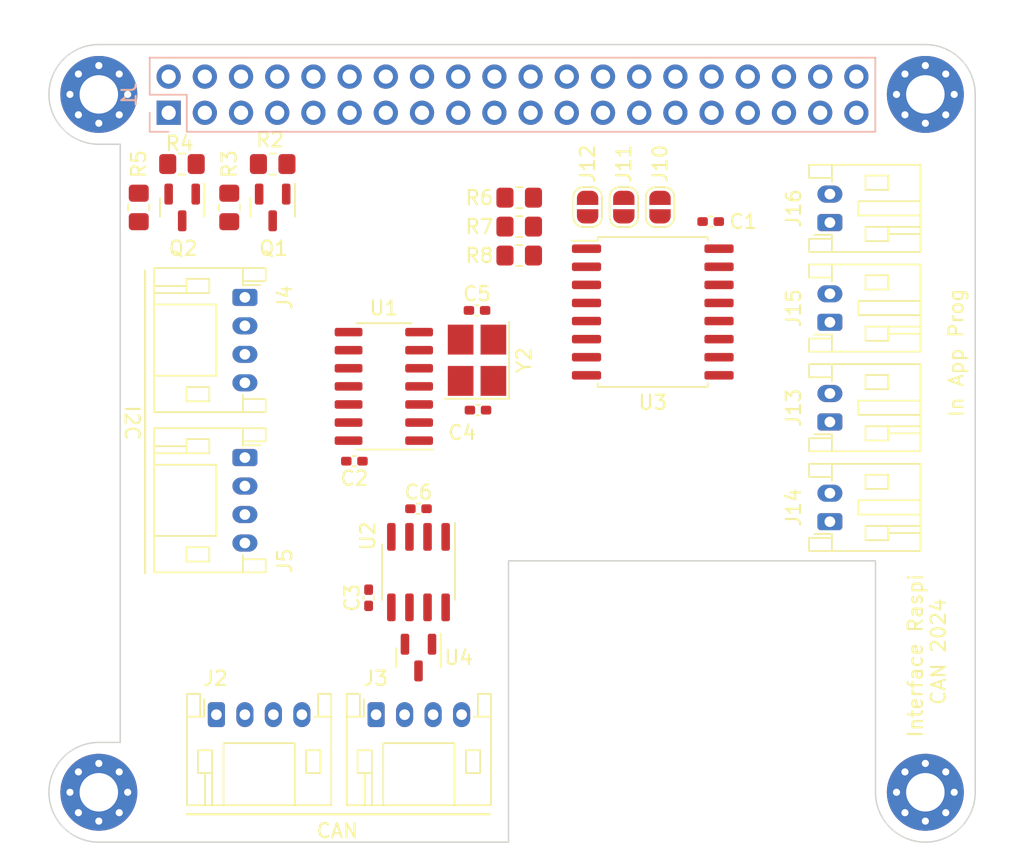
<source format=kicad_pcb>
(kicad_pcb (version 20221018) (generator pcbnew)
  (layers (0 "F.Cu" signal) (1 "In1.Cu" signal) (2 "In2.Cu" signal) (31 "B.Cu" signal) (34 "B.Paste" user) (35 "F.Paste" user) (36 "B.SilkS" user "B.Silkscreen") (37 "F.SilkS" user "F.Silkscreen") (38 "B.Mask" user) (39 "F.Mask" user) (44 "Edge.Cuts" user))
  (net 0 "")
  (net 1 "+5VL")
  (net 2 "GND")
  (net 3 "+3.3V")
  (net 4 "Net-(U1-OSC2)")
  (net 5 "Net-(U1-OSC1)")
  (net 6 "SDA_33")
  (net 7 "SCL33")
  (net 17 "SPI_MOSI")
  (net 18 "SPI_MISO")
  (net 19 "CAN_INT")
  (net 20 "SPI_CLK")
  (net 21 "SPI_CS")
  (net 34 "CAN_H")
  (net 35 "CAN_L")
  (net 36 "SCL_5")
  (net 37 "SDA_5")
  (net 38 "Net-(J10-Pin_2)")
  (net 39 "Net-(J11-Pin_2)")
  (net 40 "Net-(J12-Pin_2)")
  (net 41 "Net-(J13-Pin_1)")
  (net 42 "Net-(J13-Pin_2)")
  (net 43 "Net-(J14-Pin_1)")
  (net 44 "Net-(J14-Pin_2)")
  (net 45 "Net-(J15-Pin_1)")
  (net 46 "Net-(J15-Pin_2)")
  (net 47 "Net-(J16-Pin_1)")
  (net 48 "Net-(J16-Pin_2)")
  (net 49 "TX")
  (net 50 "RX")
  (footprint "Connector_JST:JST_PH_S4B-PH-K_1x04_P2.00mm_Horizontal" (layer "F.Cu") (at 90.25 64.25 -90)
    (fp_text reference "J4" (at 0 -2.8 90) (layer "F.SilkS"))
    (fp_text value "I2C1_5")
    (pad "1" thru_hole roundrect (at 0 0 270) (size 1.2 1.75) (drill 0.75) (layers "*.Cu" "*.Mask") (roundrect_rratio 0.208333) (net 1 "+5VL"))
    (pad "2" thru_hole oval (at 2 0 270) (size 1.2 1.75) (drill 0.75) (layers "*.Cu" "*.Mask") (net 36 "SCL_5"))
    (pad "3" thru_hole oval (at 4 0 270) (size 1.2 1.75) (drill 0.75) (layers "*.Cu" "*.Mask") (net 37 "SDA_5"))
    (pad "4" thru_hole oval (at 6 0 270) (size 1.2 1.75) (drill 0.75) (layers "*.Cu" "*.Mask") (net 2 "GND"))
  )
  (footprint "Package_TO_SOT_SMD:SOT-23" (layer "F.Cu") (at 92.2 57.9375 -90)
    (fp_text reference "Q1" (at 2.8725 -0.066) (layer "F.SilkS"))
    (fp_text value "BSS138")
    (pad "1" smd roundrect (at -0.9375 -0.95 270) (size 1.475 0.6) (layers "F.Cu" "F.Paste" "F.Mask") (net 3 "+3.3V"))
    (pad "2" smd roundrect (at -0.9375 0.95 270) (size 1.475 0.6) (layers "F.Cu" "F.Paste" "F.Mask") (net 7 "SCL33"))
    (pad "3" smd roundrect (at 0.9375 0 270) (size 1.475 0.6) (layers "F.Cu" "F.Paste" "F.Mask") (net 36 "SCL_5"))
  )
  (footprint "Package_SO:SOIC-14_3.9x8.7mm_P1.27mm" (layer "F.Cu") (at 100 70.5 180)
    (fp_text reference "U1" (at 0 5.5) (layer "F.SilkS"))
    (fp_text value "MCP2517FD-xSL")
    (pad "1" smd roundrect (at -2.475 -3.81 180) (size 1.95 0.6) (layers "F.Cu" "F.Paste" "F.Mask") (net 49 "TX"))
    (pad "2" smd roundrect (at -2.475 -2.54 180) (size 1.95 0.6) (layers "F.Cu" "F.Paste" "F.Mask") (net 50 "RX"))
    (pad "3" smd roundrect (at -2.475 -1.27 180) (size 1.95 0.6) (layers "F.Cu" "F.Paste" "F.Mask"))
    (pad "4" smd roundrect (at -2.475 0 180) (size 1.95 0.6) (layers "F.Cu" "F.Paste" "F.Mask") (net 19 "CAN_INT"))
    (pad "5" smd roundrect (at -2.475 1.27 180) (size 1.95 0.6) (layers "F.Cu" "F.Paste" "F.Mask") (net 4 "Net-(U1-OSC2)"))
    (pad "6" smd roundrect (at -2.475 2.54 180) (size 1.95 0.6) (layers "F.Cu" "F.Paste" "F.Mask") (net 5 "Net-(U1-OSC1)"))
    (pad "7" smd roundrect (at -2.475 3.81 180) (size 1.95 0.6) (layers "F.Cu" "F.Paste" "F.Mask") (net 2 "GND"))
    (pad "8" smd roundrect (at 2.475 3.81 180) (size 1.95 0.6) (layers "F.Cu" "F.Paste" "F.Mask"))
    (pad "9" smd roundrect (at 2.475 2.54 180) (size 1.95 0.6) (layers "F.Cu" "F.Paste" "F.Mask"))
    (pad "10" smd roundrect (at 2.475 1.27 180) (size 1.95 0.6) (layers "F.Cu" "F.Paste" "F.Mask") (net 20 "SPI_CLK"))
    (pad "11" smd roundrect (at 2.475 0 180) (size 1.95 0.6) (layers "F.Cu" "F.Paste" "F.Mask") (net 17 "SPI_MOSI"))
    (pad "12" smd roundrect (at 2.475 -1.27 180) (size 1.95 0.6) (layers "F.Cu" "F.Paste" "F.Mask") (net 18 "SPI_MISO"))
    (pad "13" smd roundrect (at 2.475 -2.54 180) (size 1.95 0.6) (layers "F.Cu" "F.Paste" "F.Mask") (net 21 "SPI_CS"))
    (pad "14" smd roundrect (at 2.475 -3.81 180) (size 1.95 0.6) (layers "F.Cu" "F.Paste" "F.Mask") (net 3 "+3.3V"))
  )
  (footprint "Capacitor_SMD:C_0402_1005Metric_Pad0.74x0.62mm_HandSolder" (layer "F.Cu") (at 102.432 79.092)
    (fp_text reference "C6" (at 0 -1.16) (layer "F.SilkS"))
    (fp_text value "100nF")
    (pad "1" smd roundrect (at -0.5675 0) (size 0.735 0.62) (layers "F.Cu" "F.Paste" "F.Mask") (net 1 "+5VL"))
    (pad "2" smd roundrect (at 0.5675 0) (size 0.735 0.62) (layers "F.Cu" "F.Paste" "F.Mask") (net 2 "GND"))
  )
  (footprint "Resistor_SMD:R_0805_2012Metric_Pad1.20x1.40mm_HandSolder" (layer "F.Cu") (at 85.834 54.8895 180)
    (fp_text reference "R4" (at 0.172 1.4455) (layer "F.SilkS"))
    (fp_text value "10k")
    (pad "1" smd roundrect (at -1 0 180) (size 1.2 1.4) (layers "F.Cu" "F.Paste" "F.Mask") (roundrect_rratio 0.208333) (net 3 "+3.3V"))
    (pad "2" smd roundrect (at 1 0 180) (size 1.2 1.4) (layers "F.Cu" "F.Paste" "F.Mask") (roundrect_rratio 0.208333) (net 6 "SDA_33"))
  )
  (footprint "Resistor_SMD:R_0805_2012Metric_Pad1.20x1.40mm_HandSolder" (layer "F.Cu") (at 82.802 57.9375 -90)
    (fp_text reference "R5" (at -3.048 0 90) (layer "F.SilkS"))
    (fp_text value "10k")
    (pad "1" smd roundrect (at -1 0 270) (size 1.2 1.4) (layers "F.Cu" "F.Paste" "F.Mask") (roundrect_rratio 0.208333) (net 1 "+5VL"))
    (pad "2" smd roundrect (at 1 0 270) (size 1.2 1.4) (layers "F.Cu" "F.Paste" "F.Mask") (roundrect_rratio 0.208333) (net 37 "SDA_5"))
  )
  (footprint "Capacitor_SMD:C_0402_1005Metric_Pad0.74x0.62mm_HandSolder" (layer "F.Cu") (at 106.6065 72.166 180)
    (fp_text reference "C4" (at 1.1065 -1.584) (layer "F.SilkS"))
    (fp_text value "15pF")
    (pad "1" smd roundrect (at -0.5675 0 180) (size 0.735 0.62) (layers "F.Cu" "F.Paste" "F.Mask") (net 4 "Net-(U1-OSC2)"))
    (pad "2" smd roundrect (at 0.5675 0 180) (size 0.735 0.62) (layers "F.Cu" "F.Paste" "F.Mask") (net 2 "GND"))
  )
  (footprint "Connector_JST:JST_PH_S2B-PH-K_1x02_P2.00mm_Horizontal" (layer "F.Cu") (at 131.3 80 90)
    (fp_text reference "J14" (at 1 -2.55 90) (layer "F.SilkS"))
    (fp_text value "Conn_01x02")
    (pad "1" thru_hole roundrect (at 0 0 90) (size 1.2 1.75) (drill 0.75) (layers "*.Cu" "*.Mask") (roundrect_rratio 0.208333) (net 43 "Net-(J14-Pin_1)"))
    (pad "2" thru_hole oval (at 2 0 90) (size 1.2 1.75) (drill 0.75) (layers "*.Cu" "*.Mask") (net 44 "Net-(J14-Pin_2)"))
  )
  (footprint "Connector_JST:JST_PH_S2B-PH-K_1x02_P2.00mm_Horizontal" (layer "F.Cu") (at 131.3 59 90)
    (fp_text reference "J16" (at 1 -2.55 90) (layer "F.SilkS"))
    (fp_text value "Conn_01x02")
    (pad "1" thru_hole roundrect (at 0 0 90) (size 1.2 1.75) (drill 0.75) (layers "*.Cu" "*.Mask") (roundrect_rratio 0.208333) (net 47 "Net-(J16-Pin_1)"))
    (pad "2" thru_hole oval (at 2 0 90) (size 1.2 1.75) (drill 0.75) (layers "*.Cu" "*.Mask") (net 48 "Net-(J16-Pin_2)"))
  )
  (footprint "Capacitor_SMD:C_0402_1005Metric_Pad0.74x0.62mm_HandSolder" (layer "F.Cu") (at 106.539 65.166)
    (fp_text reference "C5" (at 0 -1.16) (layer "F.SilkS"))
    (fp_text value "15pF")
    (pad "1" smd roundrect (at -0.5675 0) (size 0.735 0.62) (layers "F.Cu" "F.Paste" "F.Mask") (net 5 "Net-(U1-OSC1)"))
    (pad "2" smd roundrect (at 0.5675 0) (size 0.735 0.62) (layers "F.Cu" "F.Paste" "F.Mask") (net 2 "GND"))
  )
  (footprint "MountingHole:MountingHole_2.7mm_M2.5_Pad_Via" (layer "F.Cu") (at 138 99)
    (fp_text reference "H4" hide)
    (fp_text value "MountingHole_Pad")
    (pad "1" thru_hole circle (at -2.025 0) (size 0.8 0.8) (drill 0.5) (layers "*.Cu" "*.Mask") (net 2 "GND"))
    (pad "1" thru_hole circle (at -1.431891 -1.431891) (size 0.8 0.8) (drill 0.5) (layers "*.Cu" "*.Mask") (net 2 "GND"))
    (pad "1" thru_hole circle (at -1.431891 1.431891) (size 0.8 0.8) (drill 0.5) (layers "*.Cu" "*.Mask") (net 2 "GND"))
    (pad "1" thru_hole circle (at 0 -2.025) (size 0.8 0.8) (drill 0.5) (layers "*.Cu" "*.Mask") (net 2 "GND"))
    (pad "1" thru_hole circle (at 0 0) (size 5.4 5.4) (drill 2.7) (layers "*.Cu" "*.Mask") (net 2 "GND"))
    (pad "1" thru_hole circle (at 0 2.025) (size 0.8 0.8) (drill 0.5) (layers "*.Cu" "*.Mask") (net 2 "GND"))
    (pad "1" thru_hole circle (at 1.431891 -1.431891) (size 0.8 0.8) (drill 0.5) (layers "*.Cu" "*.Mask") (net 2 "GND"))
    (pad "1" thru_hole circle (at 1.431891 1.431891) (size 0.8 0.8) (drill 0.5) (layers "*.Cu" "*.Mask") (net 2 "GND"))
    (pad "1" thru_hole circle (at 2.025 0) (size 0.8 0.8) (drill 0.5) (layers "*.Cu" "*.Mask") (net 2 "GND"))
  )
  (footprint "Resistor_SMD:R_0805_2012Metric_Pad1.20x1.40mm_HandSolder" (layer "F.Cu") (at 89.152 57.9375 -90)
    (fp_text reference "R3" (at -3.048 0 90) (layer "F.SilkS"))
    (fp_text value "10k")
    (pad "1" smd roundrect (at -1 0 270) (size 1.2 1.4) (layers "F.Cu" "F.Paste" "F.Mask") (roundrect_rratio 0.208333) (net 1 "+5VL"))
    (pad "2" smd roundrect (at 1 0 270) (size 1.2 1.4) (layers "F.Cu" "F.Paste" "F.Mask") (roundrect_rratio 0.208333) (net 36 "SCL_5"))
  )
  (footprint "Connector_JST:JST_PH_S4B-PH-K_1x04_P2.00mm_Horizontal" (layer "F.Cu") (at 99.458 93.55)
    (fp_text reference "J3" (at -0.026 -2.55) (layer "F.SilkS"))
    (fp_text value "CAN2")
    (pad "1" thru_hole roundrect (at 0 0) (size 1.2 1.75) (drill 0.75) (layers "*.Cu" "*.Mask") (roundrect_rratio 0.208333) (net 1 "+5VL"))
    (pad "2" thru_hole oval (at 2 0) (size 1.2 1.75) (drill 0.75) (layers "*.Cu" "*.Mask") (net 35 "CAN_L"))
    (pad "3" thru_hole oval (at 4 0) (size 1.2 1.75) (drill 0.75) (layers "*.Cu" "*.Mask") (net 34 "CAN_H"))
    (pad "4" thru_hole oval (at 6 0) (size 1.2 1.75) (drill 0.75) (layers "*.Cu" "*.Mask") (net 2 "GND"))
  )
  (footprint "Connector_JST:JST_PH_S2B-PH-K_1x02_P2.00mm_Horizontal" (layer "F.Cu") (at 131.3 66 90)
    (fp_text reference "J15" (at 1 -2.55 90) (layer "F.SilkS"))
    (fp_text value "Conn_01x02")
    (pad "1" thru_hole roundrect (at 0 0 90) (size 1.2 1.75) (drill 0.75) (layers "*.Cu" "*.Mask") (roundrect_rratio 0.208333) (net 45 "Net-(J15-Pin_1)"))
    (pad "2" thru_hole oval (at 2 0 90) (size 1.2 1.75) (drill 0.75) (layers "*.Cu" "*.Mask") (net 46 "Net-(J15-Pin_2)"))
  )
  (footprint "Jumper:SolderJumper-2_P1.3mm_Open_RoundedPad1.0x1.5mm" (layer "F.Cu") (at 119.38 57.912 -90)
    (fp_text reference "J10" (at -3.048 0 90) (layer "F.SilkS"))
    (fp_text value "Conn_02x01")
    (pad "1" smd custom (at -0.65 0 270) (size 1 0.5) (layers "F.Cu" "F.Mask") (net 2 "GND") (options (clearance outline) (anchor rect)) (primitives (gr_circle (center 0 0.25) (end 0.5 0.25) (width 0) (fill yes)) (gr_circle (center 0 -0.25) (end 0.5 -0.25) (width 0) (fill yes)) (gr_poly (pts (xy 0.5 0.75) (xy 0 0.75) (xy 0 -0.75) (xy 0.5 -0.75)) (width 0) (fill yes))))
    (pad "2" smd custom (at 0.65 0 270) (size 1 0.5) (layers "F.Cu" "F.Mask") (net 38 "Net-(J10-Pin_2)") (options (clearance outline) (anchor rect)) (primitives (gr_circle (center 0 0.25) (end 0.5 0.25) (width 0) (fill yes)) (gr_circle (center 0 -0.25) (end 0.5 -0.25) (width 0) (fill yes)) (gr_poly (pts (xy 0 0.75) (xy -0.5 0.75) (xy -0.5 -0.75) (xy 0 -0.75)) (width 0) (fill yes))))
  )
  (footprint "Connector_JST:JST_PH_S4B-PH-K_1x04_P2.00mm_Horizontal" (layer "F.Cu") (at 90.25 75.5 -90)
    (fp_text reference "J5" (at 7.25 -2.8 90) (layer "F.SilkS"))
    (fp_text value "I2C2_5")
    (pad "1" thru_hole roundrect (at 0 0 270) (size 1.2 1.75) (drill 0.75) (layers "*.Cu" "*.Mask") (roundrect_rratio 0.208333) (net 1 "+5VL"))
    (pad "2" thru_hole oval (at 2 0 270) (size 1.2 1.75) (drill 0.75) (layers "*.Cu" "*.Mask") (net 36 "SCL_5"))
    (pad "3" thru_hole oval (at 4 0 270) (size 1.2 1.75) (drill 0.75) (layers "*.Cu" "*.Mask") (net 37 "SDA_5"))
    (pad "4" thru_hole oval (at 6 0 270) (size 1.2 1.75) (drill 0.75) (layers "*.Cu" "*.Mask") (net 2 "GND"))
  )
  (footprint "Crystal:Crystal_SMD_3225-4Pin_3.2x2.5mm_HandSoldering" (layer "F.Cu") (at 106.539 68.666 90)
    (fp_text reference "Y2" (at 0 3.302 90) (layer "F.SilkS"))
    (fp_text value "40MHz")
    (pad "1" smd rect (at -1.45 1.15 90) (size 2.1 1.8) (layers "F.Cu" "F.Paste" "F.Mask") (net 4 "Net-(U1-OSC2)"))
    (pad "2" smd rect (at 1.45 1.15 90) (size 2.1 1.8) (layers "F.Cu" "F.Paste" "F.Mask") (net 2 "GND"))
    (pad "3" smd rect (at 1.45 -1.15 90) (size 2.1 1.8) (layers "F.Cu" "F.Paste" "F.Mask") (net 5 "Net-(U1-OSC1)"))
    (pad "4" smd rect (at -1.45 -1.15 90) (size 2.1 1.8) (layers "F.Cu" "F.Paste" "F.Mask") (net 2 "GND"))
  )
  (footprint "Package_TO_SOT_SMD:SOT-23" (layer "F.Cu") (at 85.85 57.9375 -90)
    (fp_text reference "Q2" (at 2.8725 -0.066) (layer "F.SilkS"))
    (fp_text value "BSS138")
    (pad "1" smd roundrect (at -0.9375 -0.95 270) (size 1.475 0.6) (layers "F.Cu" "F.Paste" "F.Mask") (net 3 "+3.3V"))
    (pad "2" smd roundrect (at -0.9375 0.95 270) (size 1.475 0.6) (layers "F.Cu" "F.Paste" "F.Mask") (net 6 "SDA_33"))
    (pad "3" smd roundrect (at 0.9375 0 270) (size 1.475 0.6) (layers "F.Cu" "F.Paste" "F.Mask") (net 37 "SDA_5"))
  )
  (footprint "Package_SO:SOIC-8_3.9x4.9mm_P1.27mm" (layer "F.Cu") (at 102.432 83.542 -90)
    (fp_text reference "U2" (at -2.54 3.556 90) (layer "F.SilkS"))
    (fp_text value "MCP2558FD-xSN")
    (pad "1" smd roundrect (at -2.475 -1.905 270) (size 1.95 0.6) (layers "F.Cu" "F.Paste" "F.Mask") (net 49 "TX"))
    (pad "2" smd roundrect (at -2.475 -0.635 270) (size 1.95 0.6) (layers "F.Cu" "F.Paste" "F.Mask") (net 2 "GND"))
    (pad "3" smd roundrect (at -2.475 0.635 270) (size 1.95 0.6) (layers "F.Cu" "F.Paste" "F.Mask") (net 1 "+5VL"))
    (pad "4" smd roundrect (at -2.475 1.905 270) (size 1.95 0.6) (layers "F.Cu" "F.Paste" "F.Mask") (net 50 "RX"))
    (pad "5" smd roundrect (at 2.475 1.905 270) (size 1.95 0.6) (layers "F.Cu" "F.Paste" "F.Mask") (net 3 "+3.3V"))
    (pad "6" smd roundrect (at 2.475 0.635 270) (size 1.95 0.6) (layers "F.Cu" "F.Paste" "F.Mask") (net 35 "CAN_L"))
    (pad "7" smd roundrect (at 2.475 -0.635 270) (size 1.95 0.6) (layers "F.Cu" "F.Paste" "F.Mask") (net 34 "CAN_H"))
    (pad "8" smd roundrect (at 2.475 -1.905 270) (size 1.95 0.6) (layers "F.Cu" "F.Paste" "F.Mask") (net 2 "GND"))
  )
  (footprint "Resistor_SMD:R_0805_2012Metric_Pad1.20x1.40mm_HandSolder" (layer "F.Cu") (at 109.5 61.314)
    (fp_text reference "R8" (at -2.794 0) (layer "F.SilkS"))
    (fp_text value "10k")
    (pad "1" smd roundrect (at -1 0) (size 1.2 1.4) (layers "F.Cu" "F.Paste" "F.Mask") (roundrect_rratio 0.208333) (net 3 "+3.3V"))
    (pad "2" smd roundrect (at 1 0) (size 1.2 1.4) (layers "F.Cu" "F.Paste" "F.Mask") (roundrect_rratio 0.208333) (net 38 "Net-(J10-Pin_2)"))
  )
  (footprint "Jumper:SolderJumper-2_P1.3mm_Open_RoundedPad1.0x1.5mm" (layer "F.Cu") (at 114.3 57.912 -90)
    (fp_text reference "J12" (at -3.048 0 90) (layer "F.SilkS"))
    (fp_text value "Conn_02x01")
    (pad "1" smd custom (at -0.65 0 270) (size 1 0.5) (layers "F.Cu" "F.Mask") (net 2 "GND") (options (clearance outline) (anchor rect)) (primitives (gr_circle (center 0 0.25) (end 0.5 0.25) (width 0) (fill yes)) (gr_circle (center 0 -0.25) (end 0.5 -0.25) (width 0) (fill yes)) (gr_poly (pts (xy 0.5 0.75) (xy 0 0.75) (xy 0 -0.75) (xy 0.5 -0.75)) (width 0) (fill yes))))
    (pad "2" smd custom (at 0.65 0 270) (size 1 0.5) (layers "F.Cu" "F.Mask") (net 40 "Net-(J12-Pin_2)") (options (clearance outline) (anchor rect)) (primitives (gr_circle (center 0 0.25) (end 0.5 0.25) (width 0) (fill yes)) (gr_circle (center 0 -0.25) (end 0.5 -0.25) (width 0) (fill yes)) (gr_poly (pts (xy 0 0.75) (xy -0.5 0.75) (xy -0.5 -0.75) (xy 0 -0.75)) (width 0) (fill yes))))
  )
  (footprint "Resistor_SMD:R_0805_2012Metric_Pad1.20x1.40mm_HandSolder" (layer "F.Cu") (at 109.5 57.25)
    (fp_text reference "R6" (at -2.794 0) (layer "F.SilkS"))
    (fp_text value "10k")
    (pad "1" smd roundrect (at -1 0) (size 1.2 1.4) (layers "F.Cu" "F.Paste" "F.Mask") (roundrect_rratio 0.208333) (net 3 "+3.3V"))
    (pad "2" smd roundrect (at 1 0) (size 1.2 1.4) (layers "F.Cu" "F.Paste" "F.Mask") (roundrect_rratio 0.208333) (net 40 "Net-(J12-Pin_2)"))
  )
  (footprint "Connector_JST:JST_PH_S2B-PH-K_1x02_P2.00mm_Horizontal" (layer "F.Cu") (at 131.3 73 90)
    (fp_text reference "J13" (at 1 -2.55 90) (layer "F.SilkS"))
    (fp_text value "Conn_01x02")
    (pad "1" thru_hole roundrect (at 0 0 90) (size 1.2 1.75) (drill 0.75) (layers "*.Cu" "*.Mask") (roundrect_rratio 0.208333) (net 41 "Net-(J13-Pin_1)"))
    (pad "2" thru_hole oval (at 2 0 90) (size 1.2 1.75) (drill 0.75) (layers "*.Cu" "*.Mask") (net 42 "Net-(J13-Pin_2)"))
  )
  (footprint "Connector_JST:JST_PH_S4B-PH-K_1x04_P2.00mm_Horizontal" (layer "F.Cu") (at 88.25 93.55)
    (fp_text reference "J2" (at -0.068 -2.55) (layer "F.SilkS"))
    (fp_text value "CAN1")
    (pad "1" thru_hole roundrect (at 0 0) (size 1.2 1.75) (drill 0.75) (layers "*.Cu" "*.Mask") (roundrect_rratio 0.208333) (net 1 "+5VL"))
    (pad "2" thru_hole oval (at 2 0) (size 1.2 1.75) (drill 0.75) (layers "*.Cu" "*.Mask") (net 35 "CAN_L"))
    (pad "3" thru_hole oval (at 4 0) (size 1.2 1.75) (drill 0.75) (layers "*.Cu" "*.Mask") (net 34 "CAN_H"))
    (pad "4" thru_hole oval (at 6 0) (size 1.2 1.75) (drill 0.75) (layers "*.Cu" "*.Mask") (net 2 "GND"))
  )
  (footprint "Capacitor_SMD:C_0402_1005Metric_Pad0.74x0.62mm_HandSolder" (layer "F.Cu") (at 122.936 58.928 180)
    (fp_text reference "C1" (at -2.286 0) (layer "F.SilkS"))
    (fp_text value "100nF")
    (pad "1" smd roundrect (at -0.5675 0 180) (size 0.735 0.62) (layers "F.Cu" "F.Paste" "F.Mask") (net 3 "+3.3V"))
    (pad "2" smd roundrect (at 0.5675 0 180) (size 0.735 0.62) (layers "F.Cu" "F.Paste" "F.Mask") (net 2 "GND"))
  )
  (footprint "Capacitor_SMD:C_0402_1005Metric_Pad0.74x0.62mm_HandSolder" (layer "F.Cu") (at 98.932 85.342 90)
    (fp_text reference "C3" (at 0 -1.16 90) (layer "F.SilkS"))
    (fp_text value "100nF")
    (pad "1" smd roundrect (at -0.5675 0 90) (size 0.735 0.62) (layers "F.Cu" "F.Paste" "F.Mask") (net 3 "+3.3V"))
    (pad "2" smd roundrect (at 0.5675 0 90) (size 0.735 0.62) (layers "F.Cu" "F.Paste" "F.Mask") (net 2 "GND"))
  )
  (footprint "Resistor_SMD:R_0805_2012Metric_Pad1.20x1.40mm_HandSolder" (layer "F.Cu") (at 109.5 59.282)
    (fp_text reference "R7" (at -2.794 0) (layer "F.SilkS"))
    (fp_text value "10k")
    (pad "1" smd roundrect (at -1 0) (size 1.2 1.4) (layers "F.Cu" "F.Paste" "F.Mask") (roundrect_rratio 0.208333) (net 3 "+3.3V"))
    (pad "2" smd roundrect (at 1 0) (size 1.2 1.4) (layers "F.Cu" "F.Paste" "F.Mask") (roundrect_rratio 0.208333) (net 39 "Net-(J11-Pin_2)"))
  )
  (footprint "Package_TO_SOT_SMD:SOT-23" (layer "F.Cu") (at 102.432 89.542 -90)
    (fp_text reference "U4" (at 0 -2.818 -180) (layer "F.SilkS"))
    (fp_text value "PESD1CAN")
    (pad "1" smd roundrect (at -0.9375 -0.95 270) (size 1.475 0.6) (layers "F.Cu" "F.Paste" "F.Mask") (net 34 "CAN_H"))
    (pad "2" smd roundrect (at -0.9375 0.95 270) (size 1.475 0.6) (layers "F.Cu" "F.Paste" "F.Mask") (net 35 "CAN_L"))
    (pad "3" smd roundrect (at 0.9375 0 270) (size 1.475 0.6) (layers "F.Cu" "F.Paste" "F.Mask") (net 2 "GND"))
  )
  (footprint "Jumper:SolderJumper-2_P1.3mm_Open_RoundedPad1.0x1.5mm" (layer "F.Cu") (at 116.84 57.912 -90)
    (fp_text reference "J11" (at -3.048 0 90) (layer "F.SilkS"))
    (fp_text value "Conn_02x01")
    (pad "1" smd custom (at -0.65 0 270) (size 1 0.5) (layers "F.Cu" "F.Mask") (net 2 "GND") (options (clearance outline) (anchor rect)) (primitives (gr_circle (center 0 0.25) (end 0.5 0.25) (width 0) (fill yes)) (gr_circle (center 0 -0.25) (end 0.5 -0.25) (width 0) (fill yes)) (gr_poly (pts (xy 0.5 0.75) (xy 0 0.75) (xy 0 -0.75) (xy 0.5 -0.75)) (width 0) (fill yes))))
    (pad "2" smd custom (at 0.65 0 270) (size 1 0.5) (layers "F.Cu" "F.Mask") (net 39 "Net-(J11-Pin_2)") (options (clearance outline) (anchor rect)) (primitives (gr_circle (center 0 0.25) (end 0.5 0.25) (width 0) (fill yes)) (gr_circle (center 0 -0.25) (end 0.5 -0.25) (width 0) (fill yes)) (gr_poly (pts (xy 0 0.75) (xy -0.5 0.75) (xy -0.5 -0.75) (xy 0 -0.75)) (width 0) (fill yes))))
  )
  (footprint "Resistor_SMD:R_0805_2012Metric_Pad1.20x1.40mm_HandSolder" (layer "F.Cu") (at 92.2 54.8895 180)
    (fp_text reference "R2" (at 0.188 1.6995) (layer "F.SilkS"))
    (fp_text value "10k")
    (pad "1" smd roundrect (at -1 0 180) (size 1.2 1.4) (layers "F.Cu" "F.Paste" "F.Mask") (roundrect_rratio 0.208333) (net 3 "+3.3V"))
    (pad "2" smd roundrect (at 1 0 180) (size 1.2 1.4) (layers "F.Cu" "F.Paste" "F.Mask") (roundrect_rratio 0.208333) (net 7 "SCL33"))
  )
  (footprint "MountingHole:MountingHole_2.7mm_M2.5_Pad_Via" (layer "F.Cu") (at 80 99)
    (fp_text reference "H2" hide)
    (fp_text value "MountingHole_Pad")
    (pad "1" thru_hole circle (at -2.025 0) (size 0.8 0.8) (drill 0.5) (layers "*.Cu" "*.Mask") (net 2 "GND"))
    (pad "1" thru_hole circle (at -1.431891 -1.431891) (size 0.8 0.8) (drill 0.5) (layers "*.Cu" "*.Mask") (net 2 "GND"))
    (pad "1" thru_hole circle (at -1.431891 1.431891) (size 0.8 0.8) (drill 0.5) (layers "*.Cu" "*.Mask") (net 2 "GND"))
    (pad "1" thru_hole circle (at 0 -2.025) (size 0.8 0.8) (drill 0.5) (layers "*.Cu" "*.Mask") (net 2 "GND"))
    (pad "1" thru_hole circle (at 0 0) (size 5.4 5.4) (drill 2.7) (layers "*.Cu" "*.Mask") (net 2 "GND"))
    (pad "1" thru_hole circle (at 0 2.025) (size 0.8 0.8) (drill 0.5) (layers "*.Cu" "*.Mask") (net 2 "GND"))
    (pad "1" thru_hole circle (at 1.431891 -1.431891) (size 0.8 0.8) (drill 0.5) (layers "*.Cu" "*.Mask") (net 2 "GND"))
    (pad "1" thru_hole circle (at 1.431891 1.431891) (size 0.8 0.8) (drill 0.5) (layers "*.Cu" "*.Mask") (net 2 "GND"))
    (pad "1" thru_hole circle (at 2.025 0) (size 0.8 0.8) (drill 0.5) (layers "*.Cu" "*.Mask") (net 2 "GND"))
  )
  (footprint "MountingHole:MountingHole_2.7mm_M2.5_Pad_Via" (layer "F.Cu") (at 138 50)
    (fp_text reference "H3" hide)
    (fp_text value "MountingHole_Pad")
    (pad "1" thru_hole circle (at -2.025 0) (size 0.8 0.8) (drill 0.5) (layers "*.Cu" "*.Mask") (net 2 "GND"))
    (pad "1" thru_hole circle (at -1.431891 -1.431891) (size 0.8 0.8) (drill 0.5) (layers "*.Cu" "*.Mask") (net 2 "GND"))
    (pad "1" thru_hole circle (at -1.431891 1.431891) (size 0.8 0.8) (drill 0.5) (layers "*.Cu" "*.Mask") (net 2 "GND"))
    (pad "1" thru_hole circle (at 0 -2.025) (size 0.8 0.8) (drill 0.5) (layers "*.Cu" "*.Mask") (net 2 "GND"))
    (pad "1" thru_hole circle (at 0 0) (size 5.4 5.4) (drill 2.7) (layers "*.Cu" "*.Mask") (net 2 "GND"))
    (pad "1" thru_hole circle (at 0 2.025) (size 0.8 0.8) (drill 0.5) (layers "*.Cu" "*.Mask") (net 2 "GND"))
    (pad "1" thru_hole circle (at 1.431891 -1.431891) (size 0.8 0.8) (drill 0.5) (layers "*.Cu" "*.Mask") (net 2 "GND"))
    (pad "1" thru_hole circle (at 1.431891 1.431891) (size 0.8 0.8) (drill 0.5) (layers "*.Cu" "*.Mask") (net 2 "GND"))
    (pad "1" thru_hole circle (at 2.025 0) (size 0.8 0.8) (drill 0.5) (layers "*.Cu" "*.Mask") (net 2 "GND"))
  )
  (footprint "Capacitor_SMD:C_0402_1005Metric_Pad0.74x0.62mm_HandSolder" (layer "F.Cu") (at 97.9325 75.75)
    (fp_text reference "C2" (at 0 1.205) (layer "F.SilkS"))
    (fp_text value "100nF")
    (pad "1" smd roundrect (at -0.5675 0) (size 0.735 0.62) (layers "F.Cu" "F.Paste" "F.Mask") (net 3 "+3.3V"))
    (pad "2" smd roundrect (at 0.5675 0) (size 0.735 0.62) (layers "F.Cu" "F.Paste" "F.Mask") (net 2 "GND"))
  )
  (footprint "Package_SO:SOIC-16W_7.5x10.3mm_P1.27mm" (layer "F.Cu") (at 118.872 65.278)
    (fp_text reference "U3" (at 0 6.35) (layer "F.SilkS"))
    (fp_text value "PCF8574A")
    (pad "1" smd roundrect (at -4.65 -4.445) (size 2.05 0.6) (layers "F.Cu" "F.Paste" "F.Mask") (net 40 "Net-(J12-Pin_2)"))
    (pad "2" smd roundrect (at -4.65 -3.175) (size 2.05 0.6) (layers "F.Cu" "F.Paste" "F.Mask") (net 39 "Net-(J11-Pin_2)"))
    (pad "3" smd roundrect (at -4.65 -1.905) (size 2.05 0.6) (layers "F.Cu" "F.Paste" "F.Mask") (net 38 "Net-(J10-Pin_2)"))
    (pad "4" smd roundrect (at -4.65 -0.635) (size 2.05 0.6) (layers "F.Cu" "F.Paste" "F.Mask") (net 41 "Net-(J13-Pin_1)"))
    (pad "5" smd roundrect (at -4.65 0.635) (size 2.05 0.6) (layers "F.Cu" "F.Paste" "F.Mask") (net 42 "Net-(J13-Pin_2)"))
    (pad "6" smd roundrect (at -4.65 1.905) (size 2.05 0.6) (layers "F.Cu" "F.Paste" "F.Mask") (net 43 "Net-(J14-Pin_1)"))
    (pad "7" smd roundrect (at -4.65 3.175) (size 2.05 0.6) (layers "F.Cu" "F.Paste" "F.Mask") (net 44 "Net-(J14-Pin_2)"))
    (pad "8" smd roundrect (at -4.65 4.445) (size 2.05 0.6) (layers "F.Cu" "F.Paste" "F.Mask") (net 2 "GND"))
    (pad "9" smd roundrect (at 4.65 4.445) (size 2.05 0.6) (layers "F.Cu" "F.Paste" "F.Mask") (net 45 "Net-(J15-Pin_1)"))
    (pad "10" smd roundrect (at 4.65 3.175) (size 2.05 0.6) (layers "F.Cu" "F.Paste" "F.Mask") (net 46 "Net-(J15-Pin_2)"))
    (pad "11" smd roundrect (at 4.65 1.905) (size 2.05 0.6) (layers "F.Cu" "F.Paste" "F.Mask") (net 47 "Net-(J16-Pin_1)"))
    (pad "12" smd roundrect (at 4.65 0.635) (size 2.05 0.6) (layers "F.Cu" "F.Paste" "F.Mask") (net 48 "Net-(J16-Pin_2)"))
    (pad "13" smd roundrect (at 4.65 -0.635) (size 2.05 0.6) (layers "F.Cu" "F.Paste" "F.Mask"))
    (pad "14" smd roundrect (at 4.65 -1.905) (size 2.05 0.6) (layers "F.Cu" "F.Paste" "F.Mask") (net 7 "SCL33"))
    (pad "15" smd roundrect (at 4.65 -3.175) (size 2.05 0.6) (layers "F.Cu" "F.Paste" "F.Mask") (net 6 "SDA_33"))
    (pad "16" smd roundrect (at 4.65 -4.445) (size 2.05 0.6) (layers "F.Cu" "F.Paste" "F.Mask") (net 3 "+3.3V"))
  )
  (footprint "MountingHole:MountingHole_2.7mm_M2.5_Pad_Via" (layer "F.Cu") (at 80 50)
    (fp_text reference "H1" hide)
    (fp_text value "MountingHole_Pad")
    (pad "1" thru_hole circle (at -2.025 0) (size 0.8 0.8) (drill 0.5) (layers "*.Cu" "*.Mask") (net 2 "GND"))
    (pad "1" thru_hole circle (at -1.431891 -1.431891) (size 0.8 0.8) (drill 0.5) (layers "*.Cu" "*.Mask") (net 2 "GND"))
    (pad "1" thru_hole circle (at -1.431891 1.431891) (size 0.8 0.8) (drill 0.5) (layers "*.Cu" "*.Mask") (net 2 "GND"))
    (pad "1" thru_hole circle (at 0 -2.025) (size 0.8 0.8) (drill 0.5) (layers "*.Cu" "*.Mask") (net 2 "GND"))
    (pad "1" thru_hole circle (at 0 0) (size 5.4 5.4) (drill 2.7) (layers "*.Cu" "*.Mask") (net 2 "GND"))
    (pad "1" thru_hole circle (at 0 2.025) (size 0.8 0.8) (drill 0.5) (layers "*.Cu" "*.Mask") (net 2 "GND"))
    (pad "1" thru_hole circle (at 1.431891 -1.431891) (size 0.8 0.8) (drill 0.5) (layers "*.Cu" "*.Mask") (net 2 "GND"))
    (pad "1" thru_hole circle (at 1.431891 1.431891) (size 0.8 0.8) (drill 0.5) (layers "*.Cu" "*.Mask") (net 2 "GND"))
    (pad "1" thru_hole circle (at 2.025 0) (size 0.8 0.8) (drill 0.5) (layers "*.Cu" "*.Mask") (net 2 "GND"))
  )
  (footprint "Connector_PinSocket_2.54mm:PinSocket_2x20_P2.54mm_Vertical" (layer "B.Cu") (at 84.9 51.29 -90)
    (fp_text reference "J1" (at -1.27 2.77 90) (layer "B.SilkS") (effects (justify mirror)))
    (fp_text value "Raspberry_Pi_2_3")
    (pad "1" thru_hole rect (at 0 0 270) (size 1.7 1.7) (drill 1) (layers "*.Cu" "*.Mask") (net 3 "+3.3V"))
    (pad "2" thru_hole oval (at -2.54 0 270) (size 1.7 1.7) (drill 1) (layers "*.Cu" "*.Mask") (net 1 "+5VL"))
    (pad "3" thru_hole oval (at 0 -2.54 270) (size 1.7 1.7) (drill 1) (layers "*.Cu" "*.Mask") (net 6 "SDA_33"))
    (pad "4" thru_hole oval (at -2.54 -2.54 270) (size 1.7 1.7) (drill 1) (layers "*.Cu" "*.Mask") (net 1 "+5VL"))
    (pad "5" thru_hole oval (at 0 -5.08 270) (size 1.7 1.7) (drill 1) (layers "*.Cu" "*.Mask") (net 7 "SCL33"))
    (pad "6" thru_hole oval (at -2.54 -5.08 270) (size 1.7 1.7) (drill 1) (layers "*.Cu" "*.Mask") (net 2 "GND"))
    (pad "7" thru_hole oval (at 0 -7.62 270) (size 1.7 1.7) (drill 1) (layers "*.Cu" "*.Mask"))
    (pad "8" thru_hole oval (at -2.54 -7.62 270) (size 1.7 1.7) (drill 1) (layers "*.Cu" "*.Mask"))
    (pad "9" thru_hole oval (at 0 -10.16 270) (size 1.7 1.7) (drill 1) (layers "*.Cu" "*.Mask") (net 2 "GND"))
    (pad "10" thru_hole oval (at -2.54 -10.16 270) (size 1.7 1.7) (drill 1) (layers "*.Cu" "*.Mask"))
    (pad "11" thru_hole oval (at 0 -12.7 270) (size 1.7 1.7) (drill 1) (layers "*.Cu" "*.Mask"))
    (pad "12" thru_hole oval (at -2.54 -12.7 270) (size 1.7 1.7) (drill 1) (layers "*.Cu" "*.Mask"))
    (pad "13" thru_hole oval (at 0 -15.24 270) (size 1.7 1.7) (drill 1) (layers "*.Cu" "*.Mask"))
    (pad "14" thru_hole oval (at -2.54 -15.24 270) (size 1.7 1.7) (drill 1) (layers "*.Cu" "*.Mask") (net 2 "GND"))
    (pad "15" thru_hole oval (at 0 -17.78 270) (size 1.7 1.7) (drill 1) (layers "*.Cu" "*.Mask"))
    (pad "16" thru_hole oval (at -2.54 -17.78 270) (size 1.7 1.7) (drill 1) (layers "*.Cu" "*.Mask"))
    (pad "17" thru_hole oval (at 0 -20.32 270) (size 1.7 1.7) (drill 1) (layers "*.Cu" "*.Mask") (net 3 "+3.3V"))
    (pad "18" thru_hole oval (at -2.54 -20.32 270) (size 1.7 1.7) (drill 1) (layers "*.Cu" "*.Mask"))
    (pad "19" thru_hole oval (at 0 -22.86 270) (size 1.7 1.7) (drill 1) (layers "*.Cu" "*.Mask") (net 17 "SPI_MOSI"))
    (pad "20" thru_hole oval (at -2.54 -22.86 270) (size 1.7 1.7) (drill 1) (layers "*.Cu" "*.Mask") (net 2 "GND"))
    (pad "21" thru_hole oval (at 0 -25.4 270) (size 1.7 1.7) (drill 1) (layers "*.Cu" "*.Mask") (net 18 "SPI_MISO"))
    (pad "22" thru_hole oval (at -2.54 -25.4 270) (size 1.7 1.7) (drill 1) (layers "*.Cu" "*.Mask") (net 19 "CAN_INT"))
    (pad "23" thru_hole oval (at 0 -27.94 270) (size 1.7 1.7) (drill 1) (layers "*.Cu" "*.Mask") (net 20 "SPI_CLK"))
    (pad "24" thru_hole oval (at -2.54 -27.94 270) (size 1.7 1.7) (drill 1) (layers "*.Cu" "*.Mask") (net 21 "SPI_CS"))
    (pad "25" thru_hole oval (at 0 -30.48 270) (size 1.7 1.7) (drill 1) (layers "*.Cu" "*.Mask") (net 2 "GND"))
    (pad "26" thru_hole oval (at -2.54 -30.48 270) (size 1.7 1.7) (drill 1) (layers "*.Cu" "*.Mask"))
    (pad "27" thru_hole oval (at 0 -33.02 270) (size 1.7 1.7) (drill 1) (layers "*.Cu" "*.Mask"))
    (pad "28" thru_hole oval (at -2.54 -33.02 270) (size 1.7 1.7) (drill 1) (layers "*.Cu" "*.Mask"))
    (pad "29" thru_hole oval (at 0 -35.56 270) (size 1.7 1.7) (drill 1) (layers "*.Cu" "*.Mask"))
    (pad "30" thru_hole oval (at -2.54 -35.56 270) (size 1.7 1.7) (drill 1) (layers "*.Cu" "*.Mask") (net 2 "GND"))
    (pad "31" thru_hole oval (at 0 -38.1 270) (size 1.7 1.7) (drill 1) (layers "*.Cu" "*.Mask"))
    (pad "32" thru_hole oval (at -2.54 -38.1 270) (size 1.7 1.7) (drill 1) (layers "*.Cu" "*.Mask"))
    (pad "33" thru_hole oval (at 0 -40.64 270) (size 1.7 1.7) (drill 1) (layers "*.Cu" "*.Mask"))
    (pad "34" thru_hole oval (at -2.54 -40.64 270) (size 1.7 1.7) (drill 1) (layers "*.Cu" "*.Mask") (net 2 "GND"))
    (pad "35" thru_hole oval (at 0 -43.18 270) (size 1.7 1.7) (drill 1) (layers "*.Cu" "*.Mask"))
    (pad "36" thru_hole oval (at -2.54 -43.18 270) (size 1.7 1.7) (drill 1) (layers "*.Cu" "*.Mask"))
    (pad "37" thru_hole oval (at 0 -45.72 270) (size 1.7 1.7) (drill 1) (layers "*.Cu" "*.Mask"))
    (pad "38" thru_hole oval (at -2.54 -45.72 270) (size 1.7 1.7) (drill 1) (layers "*.Cu" "*.Mask"))
    (pad "39" thru_hole oval (at 0 -48.26 270) (size 1.7 1.7) (drill 1) (layers "*.Cu" "*.Mask") (net 2 "GND"))
    (pad "40" thru_hole oval (at -2.54 -48.26 270) (size 1.7 1.7) (drill 1) (layers "*.Cu" "*.Mask"))
  )
  (gr_line (start 107.432 100.542) (end 86.182 100.542) (stroke (width 0.15)) (layer "F.SilkS"))
  (gr_line (start 83.25 62.375) (end 83.25 83.625) (stroke (width 0.15)) (layer "F.SilkS"))
  (gr_line (start 108.75 82.75) (end 134.5 82.75) (stroke (width 0.1)) (layer "Edge.Cuts"))
  (gr_line (start 80 95.5) (end 81.5 95.5) (stroke (width 0.1)) (layer "Edge.Cuts"))
  (gr_line (start 108.75 102.5) (end 108.75 82.75) (stroke (width 0.1)) (layer "Edge.Cuts"))
  (gr_line (start 141.5 50) (end 141.5 99) (stroke (width 0.1)) (layer "Edge.Cuts"))
  (gr_line (start 81.5 53.5) (end 80 53.5) (stroke (width 0.1)) (layer "Edge.Cuts"))
  (gr_arc (start 141.5 99) (mid 138 102.5) (end 134.5 99) (stroke (width 0.1)) (layer "Edge.Cuts"))
  (gr_line (start 80 46.5) (end 138 46.5) (stroke (width 0.1)) (layer "Edge.Cuts"))
  (gr_line (start 134.5 82.75) (end 134.5 99) (stroke (width 0.1)) (layer "Edge.Cuts"))
  (gr_arc (start 80 53.5) (mid 76.5 50) (end 80 46.5) (stroke (width 0.1)) (layer "Edge.Cuts"))
  (gr_line (start 80 102.5) (end 108.75 102.5) (stroke (width 0.1)) (layer "Edge.Cuts"))
  (gr_line (start 81.5 95.5) (end 81.5 53.5) (stroke (width 0.1)) (layer "Edge.Cuts"))
  (gr_arc (start 80 102.5) (mid 76.5 99) (end 80 95.5) (stroke (width 0.1)) (layer "Edge.Cuts"))
  (gr_arc (start 138 46.5) (mid 140.474874 47.525126) (end 141.5 50) (stroke (width 0.1)) (layer "Edge.Cuts"))
  (gr_text "I2C" (at 81.75 71.75 270) (layer "F.SilkS") (effects (font (size 1 1)) (justify left bottom)))
  (gr_text "In App Prog" (at 140.75 72.75 90) (layer "F.SilkS") (effects (font (size 1 1)) (justify left bottom)))
  (gr_text "Interface Raspi \n   CAN 2024" (at 139.5 95.25 90) (layer "F.SilkS") (effects (font (size 1 1)) (justify left bottom)))
  (gr_text "CAN" (at 95.182 102.292) (layer "F.SilkS") (effects (font (size 1 1)) (justify left bottom)))
)
</source>
